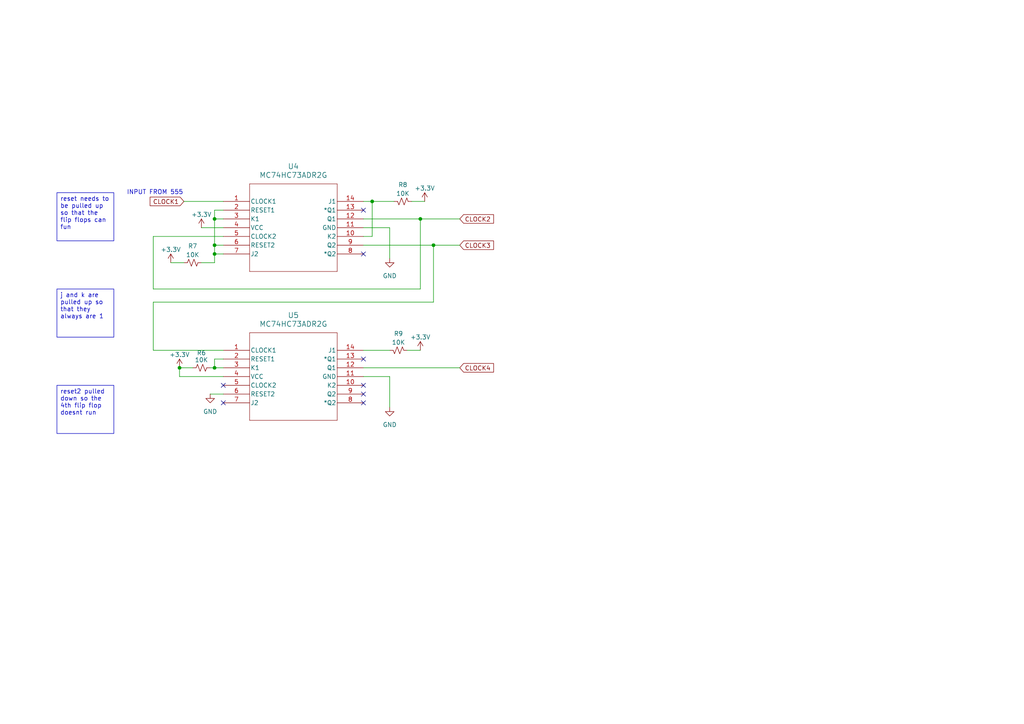
<source format=kicad_sch>
(kicad_sch (version 20250114) (generator "eeschema") (generator_version "9.0")
  (paper "A4")
  (lib_symbols
    (symbol "Device:R_Small_US" (pin_numbers (hide yes)) (pin_names (offset 0.254) (hide yes))
      (property "Reference" "R" (at 0.762 0.508 0))
      (property "Value" "R_Small_US" (at 0.762 -1.016 0))
      (symbol "R_Small_US_1_1"
        (polyline (pts (xy 0 1.524) (xy 1.016 1.143) (xy 0 0.762) (xy -1.016 0.381) (xy 0 0)))
        (polyline (pts (xy 0 0) (xy 1.016 -0.381) (xy 0 -0.762) (xy -1.016 -1.143) (xy 0 -1.524)))
        (pin passive line (at 0 2.54 270) (length 1.016) (name "~") (number "1"))
        (pin passive line (at 0 -2.54 90) (length 1.016) (name "~") (number "2"))
      )
    )
    (symbol "MC74HC73ADR2G_JK-FLIPFLOP:MC74HC73ADR2G" (pin_names (offset 0.254))
      (property "Reference" "U" (at 20.32 10.16 0))
      (property "Value" "MC74HC73ADR2G" (at 20.32 7.62 0))
      (symbol "MC74HC73ADR2G_0_1"
        (polyline (pts (xy 7.62 5.08) (xy 7.62 -20.32)) (stroke (width 0.127)))
        (polyline (pts (xy 7.62 -20.32) (xy 33.02 -20.32)) (stroke (width 0.127)))
        (polyline (pts (xy 33.02 5.08) (xy 7.62 5.08)) (stroke (width 0.127)))
        (polyline (pts (xy 33.02 -20.32) (xy 33.02 5.08)) (stroke (width 0.127)))
        (pin input line (at 0 0 0) (length 7.62) (name "CLOCK1") (number "1"))
        (pin input line (at 0 -2.54 0) (length 7.62) (name "RESET1") (number "2"))
        (pin input line (at 0 -5.08 0) (length 7.62) (name "K1") (number "3"))
        (pin power_in line (at 0 -7.62 0) (length 7.62) (name "VCC") (number "4"))
        (pin input line (at 0 -10.16 0) (length 7.62) (name "CLOCK2") (number "5"))
        (pin input line (at 0 -12.7 0) (length 7.62) (name "RESET2") (number "6"))
        (pin input line (at 0 -15.24 0) (length 7.62) (name "J2") (number "7"))
        (pin input line (at 40.64 0 180) (length 7.62) (name "J1") (number "14"))
        (pin output line (at 40.64 -2.54 180) (length 7.62) (name "*Q1") (number "13"))
        (pin output line (at 40.64 -5.08 180) (length 7.62) (name "Q1") (number "12"))
        (pin power_in line (at 40.64 -7.62 180) (length 7.62) (name "GND") (number "11"))
        (pin input line (at 40.64 -10.16 180) (length 7.62) (name "K2") (number "10"))
        (pin output line (at 40.64 -12.7 180) (length 7.62) (name "Q2") (number "9"))
        (pin output line (at 40.64 -15.24 180) (length 7.62) (name "*Q2") (number "8"))
      )
    )
    (symbol "power:+3.3V" (power) (pin_numbers (hide yes)) (pin_names (offset 0) (hide yes))
      (property "Value" "+3.3V" (at 0 3.556 0))
      (symbol "+3.3V_0_1"
        (polyline (pts (xy -0.762 1.27) (xy 0 2.54)))
        (polyline (pts (xy 0 2.54) (xy 0.762 1.27)))
        (polyline (pts (xy 0 0) (xy 0 2.54)))
      )
      (symbol "+3.3V_1_1"
        (pin power_in line (at 0 0 90) (length 0) (name "~") (number "1"))
      )
    )
    (symbol "power:GND" (power) (pin_numbers (hide yes)) (pin_names (offset 0) (hide yes))
      (property "Value" "GND" (at 0 -3.81 0))
      (symbol "GND_0_1"
        (polyline (pts (xy 0 0) (xy 0 -1.27) (xy 1.27 -1.27) (xy 0 -2.54) (xy -1.27 -1.27) (xy 0 -1.27)))
      )
      (symbol "GND_1_1"
        (pin power_in line (at 0 0 270) (length 0) (name "~") (number "1"))
      )
    )
  )
  (text "INPUT FROM 555" (at 44.958 55.88 0) (effects (font (size 1.27 1.27))))
  (text_box "reset2 pulled down so the 4th flip flop doesnt run" (at 16.51 111.76 0) (size 16.51 13.97) (margins 0.9525 0.9525 0.9525 0.9525) (effects (font (size 1.27 1.27)) (justify left top)))
  (text_box "j and k are pulled up so that they always are 1" (at 16.51 83.82 0) (size 16.51 13.97) (margins 0.9525 0.9525 0.9525 0.9525) (effects (font (size 1.27 1.27)) (justify left top)))
  (text_box "reset needs to be pulled up so that the flip flops can fun" (at 16.51 55.88 0) (size 16.51 13.97) (margins 0.9525 0.9525 0.9525 0.9525) (effects (font (size 1.27 1.27)) (justify left top)))
  (junction (at 107.95 58.42))
  (junction (at 125.73 71.12))
  (junction (at 52.07 106.68))
  (junction (at 62.23 71.12))
  (junction (at 62.23 106.68))
  (junction (at 121.92 63.5))
  (junction (at 62.23 73.66))
  (junction (at 62.23 63.5))
  (no_connect (at 105.41 111.76))
  (no_connect (at 105.41 104.14))
  (no_connect (at 105.41 73.66))
  (no_connect (at 64.77 111.76))
  (no_connect (at 105.41 116.84))
  (no_connect (at 64.77 116.84))
  (no_connect (at 105.41 114.3))
  (no_connect (at 105.41 60.96))
  (wire (pts (xy 62.23 73.66) (xy 62.23 76.2)))
  (wire (pts (xy 64.77 104.14) (xy 62.23 104.14)))
  (wire (pts (xy 52.07 106.68) (xy 52.07 109.22)))
  (wire (pts (xy 62.23 106.68) (xy 64.77 106.68)))
  (wire (pts (xy 52.07 109.22) (xy 64.77 109.22)))
  (wire (pts (xy 44.45 87.63) (xy 125.73 87.63)))
  (wire (pts (xy 64.77 68.58) (xy 44.45 68.58)))
  (wire (pts (xy 44.45 68.58) (xy 44.45 83.82)))
  (wire (pts (xy 105.41 106.68) (xy 133.35 106.68)))
  (wire (pts (xy 62.23 71.12) (xy 64.77 71.12)))
  (wire (pts (xy 60.96 114.3) (xy 64.77 114.3)))
  (wire (pts (xy 133.35 63.5) (xy 121.92 63.5)))
  (wire (pts (xy 44.45 83.82) (xy 121.92 83.82)))
  (wire (pts (xy 107.95 58.42) (xy 107.95 68.58)))
  (wire (pts (xy 113.03 109.22) (xy 105.41 109.22)))
  (wire (pts (xy 58.42 66.04) (xy 64.77 66.04)))
  (wire (pts (xy 113.03 74.93) (xy 113.03 66.04)))
  (wire (pts (xy 64.77 63.5) (xy 62.23 63.5)))
  (wire (pts (xy 62.23 63.5) (xy 62.23 71.12)))
  (wire (pts (xy 113.03 66.04) (xy 105.41 66.04)))
  (wire (pts (xy 62.23 73.66) (xy 64.77 73.66)))
  (wire (pts (xy 107.95 58.42) (xy 105.41 58.42)))
  (wire (pts (xy 121.92 101.6) (xy 118.11 101.6)))
  (wire (pts (xy 53.34 58.42) (xy 64.77 58.42)))
  (wire (pts (xy 49.53 76.2) (xy 53.34 76.2)))
  (wire (pts (xy 133.35 71.12) (xy 125.73 71.12)))
  (wire (pts (xy 105.41 101.6) (xy 113.03 101.6)))
  (wire (pts (xy 62.23 104.14) (xy 62.23 106.68)))
  (wire (pts (xy 58.42 76.2) (xy 62.23 76.2)))
  (wire (pts (xy 107.95 68.58) (xy 105.41 68.58)))
  (wire (pts (xy 121.92 83.82) (xy 121.92 63.5)))
  (wire (pts (xy 105.41 71.12) (xy 125.73 71.12)))
  (wire (pts (xy 44.45 101.6) (xy 64.77 101.6)))
  (wire (pts (xy 114.3 58.42) (xy 107.95 58.42)))
  (wire (pts (xy 44.45 101.6) (xy 44.45 87.63)))
  (wire (pts (xy 62.23 60.96) (xy 62.23 63.5)))
  (wire (pts (xy 121.92 63.5) (xy 105.41 63.5)))
  (wire (pts (xy 113.03 118.11) (xy 113.03 109.22)))
  (wire (pts (xy 123.19 58.42) (xy 119.38 58.42)))
  (wire (pts (xy 125.73 87.63) (xy 125.73 71.12)))
  (wire (pts (xy 60.96 106.68) (xy 62.23 106.68)))
  (wire (pts (xy 64.77 60.96) (xy 62.23 60.96)))
  (wire (pts (xy 52.07 106.68) (xy 55.88 106.68)))
  (wire (pts (xy 62.23 71.12) (xy 62.23 73.66)))
  (global_label "CLOCK2" (shape input) (at 133.35 63.5 0) (property "Intersheetrefs" "${INTERSHEET_REFS}" (effects (hide yes))))
  (global_label "CLOCK4" (shape input) (at 133.35 106.68 0) (property "Intersheetrefs" "${INTERSHEET_REFS}" (effects (hide yes))))
  (global_label "CLOCK3" (shape input) (at 133.35 71.12 0) (property "Intersheetrefs" "${INTERSHEET_REFS}" (effects (hide yes))))
  (global_label "CLOCK1" (shape input) (at 53.34 58.42 180) (property "Intersheetrefs" "${INTERSHEET_REFS}" (effects (hide yes))))
  (symbol (lib_id "power:+3.3V") (at 123.19 58.42 0) (mirror y) (unit 1)
    (property "Reference" "#PWR036" (effects (hide yes)))
    (property "Value" "+3.3V" (at 123.19 54.61 0))
    (property "Description" "Power symbol creates a global label with name \"+3.3V\"" (effects (hide yes)))
  )
  (symbol (lib_id "power:+3.3V") (at 49.53 76.2 0) (unit 1)
    (property "Reference" "#PWR035" (effects (hide yes)))
    (property "Value" "+3.3V" (at 49.53 72.39 0))
    (property "Description" "Power symbol creates a global label with name \"+3.3V\"" (effects (hide yes)))
  )
  (symbol (lib_id "power:GND") (at 60.96 114.3 0) (unit 1)
    (property "Reference" "#PWR030" (effects (hide yes)))
    (property "Value" "GND" (at 60.96 119.38 0))
    (property "Description" "Power symbol creates a global label with name \"GND\" , ground" (effects (hide yes)))
  )
  (symbol (lib_id "Device:R_Small_US") (at 58.42 106.68 90) (unit 1)
    (property "Reference" "R6" (at 58.42 102.362 90))
    (property "Value" "10K" (at 58.42 104.394 90))
    (property "Description" "Resistor, small US symbol" (effects (hide yes)))
  )
  (symbol (lib_id "MC74HC73ADR2G_JK-FLIPFLOP:MC74HC73ADR2G") (at 64.77 58.42 0) (unit 1)
    (property "Reference" "U4" (at 85.09 48.26 0) (effects (font (size 1.524 1.524))))
    (property "Value" "MC74HC73ADR2G" (at 85.09 50.8 0) (effects (font (size 1.524 1.524))))
    (property "Footprint" "SOIC-14_NB_ONS" (effects (hide yes)))
    (property "Datasheet" "MC74HC73ADR2G" (effects (hide yes)))
  )
  (symbol (lib_id "power:+3.3V") (at 52.07 106.68 0) (unit 1)
    (property "Reference" "#PWR034" (effects (hide yes)))
    (property "Value" "+3.3V" (at 52.07 102.87 0))
    (property "Description" "Power symbol creates a global label with name \"+3.3V\"" (effects (hide yes)))
  )
  (symbol (lib_id "MC74HC73ADR2G_JK-FLIPFLOP:MC74HC73ADR2G") (at 64.77 101.6 0) (unit 1)
    (property "Reference" "U5" (at 85.09 91.44 0) (effects (font (size 1.524 1.524))))
    (property "Value" "MC74HC73ADR2G" (at 85.09 93.98 0) (effects (font (size 1.524 1.524))))
    (property "Footprint" "SOIC-14_NB_ONS" (effects (hide yes)))
    (property "Datasheet" "MC74HC73ADR2G" (effects (hide yes)))
  )
  (symbol (lib_id "power:GND") (at 113.03 74.93 0) (unit 1)
    (property "Reference" "#PWR032" (effects (hide yes)))
    (property "Value" "GND" (at 113.03 80.01 0))
    (property "Description" "Power symbol creates a global label with name \"GND\" , ground" (effects (hide yes)))
  )
  (symbol (lib_id "Device:R_Small_US") (at 115.57 101.6 270) (mirror x) (unit 1)
    (property "Reference" "R9" (at 115.57 96.774 90))
    (property "Value" "10K" (at 115.57 99.314 90))
    (property "Description" "Resistor, small US symbol" (effects (hide yes)))
  )
  (symbol (lib_id "Device:R_Small_US") (at 116.84 58.42 270) (mirror x) (unit 1)
    (property "Reference" "R8" (at 116.84 53.594 90))
    (property "Value" "10K" (at 116.84 56.134 90))
    (property "Description" "Resistor, small US symbol" (effects (hide yes)))
  )
  (symbol (lib_id "power:+3.3V") (at 121.92 101.6 0) (mirror y) (unit 1)
    (property "Reference" "#PWR037" (effects (hide yes)))
    (property "Value" "+3.3V" (at 121.92 97.79 0))
    (property "Description" "Power symbol creates a global label with name \"+3.3V\"" (effects (hide yes)))
  )
  (symbol (lib_id "power:+3.3V") (at 58.42 66.04 0) (unit 1)
    (property "Reference" "#PWR031" (effects (hide yes)))
    (property "Value" "+3.3V" (at 58.42 62.23 0))
    (property "Description" "Power symbol creates a global label with name \"+3.3V\"" (effects (hide yes)))
  )
  (symbol (lib_id "power:GND") (at 113.03 118.11 0) (unit 1)
    (property "Reference" "#PWR033" (effects (hide yes)))
    (property "Value" "GND" (at 113.03 123.19 0))
    (property "Description" "Power symbol creates a global label with name \"GND\" , ground" (effects (hide yes)))
  )
  (symbol (lib_id "Device:R_Small_US") (at 55.88 76.2 90) (unit 1)
    (property "Reference" "R7" (at 55.88 71.374 90))
    (property "Value" "10K" (at 55.88 73.914 90))
    (property "Description" "Resistor, small US symbol" (effects (hide yes)))
  )
)
</source>
